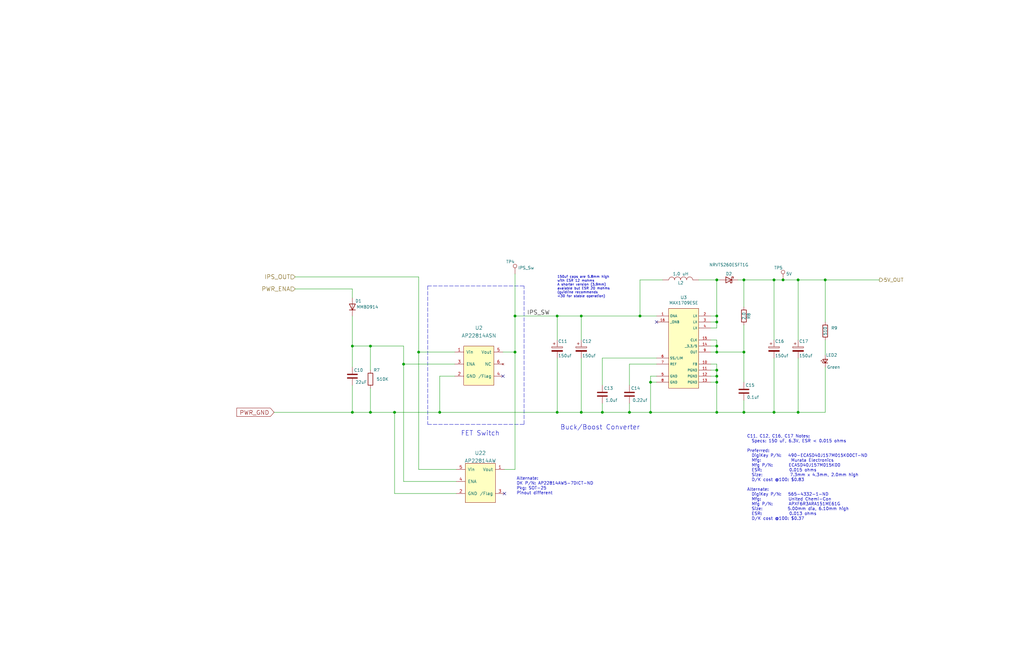
<source format=kicad_sch>
(kicad_sch (version 20210621) (generator eeschema)
  (paper "B")
  (title_block (title "ConnectBox CM4 Battery Board - 4 Batteries") (date "2022-01-05") (rev "1.7.4") (comment 1 "JRA"))
  (lib_symbols
    (symbol "Connector:TestPoint" (pin_numbers hide) (pin_names (offset 0.762) hide)
      (property "Reference" "TP" (at 0 6.858 0))
      (property "Value" "TestPoint" (at 0 5.08 0))
      (symbol "TestPoint_0_1"
        (circle (center 0 3.302) (radius 0.762))
      )
      (symbol "TestPoint_1_1"
        (pin passive line (at 0 0 90) (length 2.54) (name "1") (number "1"))
      )
    )
    (symbol "CustomComponents:AP22814ASN" (pin_names (offset 1.016))
      (property "Reference" "IC" (at -3.81 8.89 0))
      (property "Value" "AP22814ASN" (at 0 -11.43 0))
      (symbol "AP22814ASN_0_1"
        (rectangle (start -5.08 6.35) (end 7.62 -10.16) (fill (type background)))
      )
      (symbol "AP22814ASN_1_1"
        (pin input line (at -8.89 3.81 0) (length 3.81) (name "Vin") (number "1"))
        (pin input line (at -8.89 -6.35 0) (length 3.81) (name "GND") (number "2"))
        (pin input line (at -8.89 -1.27 0) (length 3.81) (name "ENA") (number "3"))
        (pin output line (at 11.43 -6.35 180) (length 3.81) (name "/Flag") (number "4"))
        (pin power_out line (at 11.43 3.81 180) (length 3.81) (name "Vout") (number "5"))
        (pin no_connect line (at 11.43 -1.27 180) (length 3.81) (name "NC") (number "6"))
      )
    )
    (symbol "CustomComponents:AP22814AW" (pin_names (offset 1.016))
      (property "Reference" "U?" (at -3.81 8.89 0))
      (property "Value" "AP22814AW" (at 0 -11.43 0))
      (symbol "AP22814AW_0_1"
        (rectangle (start -5.08 6.35) (end 7.62 -10.16) (fill (type background)))
      )
      (symbol "AP22814AW_1_1"
        (pin power_out line (at 11.43 3.81 180) (length 3.81) (name "Vout") (number "1"))
        (pin input line (at -8.89 -6.35 0) (length 3.81) (name "GND") (number "2"))
        (pin output line (at 11.43 -6.35 180) (length 3.81) (name "/Flag") (number "3"))
        (pin input line (at -8.89 -1.27 0) (length 3.81) (name "ENA") (number "4"))
        (pin input line (at -8.89 3.81 0) (length 3.81) (name "Vin") (number "5"))
      )
    )
    (symbol "CustomComponents:INDUCTOR-1" (pin_numbers hide) (pin_names (offset 1.016) hide)
      (property "Reference" "L" (at -1.27 0 90))
      (property "Value" "INDUCTOR-1" (at 2.54 0 90))
      (symbol "INDUCTOR-1_0_1"
        (arc (start 0.0254 -5.0546) (end 0.0254 -2.54) (radius (at 0 -3.81) (length 1.27) (angles -88.9 88.9)))
        (arc (start 0.0254 -2.5146) (end 0.0254 0.0508) (radius (at 0 -1.2446) (length 1.2954) (angles -88.9 88.9)))
        (arc (start 0.0254 0.0254) (end 0.0254 2.5908) (radius (at 0 1.2954) (length 1.2954) (angles -88.9 88.9)))
        (arc (start 0.0254 2.5654) (end 0.0254 4.9784) (radius (at 0 3.7592) (length 1.2192) (angles -88.9 88.9)))
      )
      (symbol "INDUCTOR-1_1_1"
        (pin passive line (at 0 7.62 270) (length 2.54) (name "1") (number "1"))
        (pin passive line (at 0 -7.62 90) (length 2.54) (name "2") (number "2"))
      )
    )
    (symbol "Custom_1:MAX1709ESE"
      (property "Reference" "U" (at -2.54 17.78 0))
      (property "Value" "MAX1709ESE" (at 0 15.24 0))
      (symbol "MAX1709ESE_0_1"
        (rectangle (start -6.35 13.335) (end 6.35 -20.32) (stroke (width 0.1524)) (fill (type background)))
      )
      (symbol "MAX1709ESE_1_1"
        (pin input line (at -11.43 10.16 0) (length 5.08) (name "ONA") (number "1"))
        (pin input line (at 11.43 -10.16 180) (length 5.08) (name "FB") (number "10"))
        (pin input line (at 11.43 -12.7 180) (length 5.08) (name "PGND") (number "11"))
        (pin input line (at 11.43 -15.24 180) (length 5.08) (name "PGND") (number "12"))
        (pin input line (at 11.43 -17.78 180) (length 5.08) (name "PGND") (number "13"))
        (pin input line (at 11.43 -2.54 180) (length 5.08) (name "_3.3/5") (number "14"))
        (pin input line (at 11.43 0 180) (length 5.08) (name "CLK") (number "15"))
        (pin input line (at -11.43 7.62 0) (length 5.08) (name "_ONB") (number "16"))
        (pin input line (at 11.43 10.16 180) (length 5.08) (name "LX") (number "2"))
        (pin input line (at 11.43 7.62 180) (length 5.08) (name "LX") (number "3"))
        (pin input line (at 11.43 5.08 180) (length 5.08) (name "LX") (number "4"))
        (pin input line (at -11.43 -15.24 0) (length 5.08) (name "GND") (number "5"))
        (pin input line (at -11.43 -7.62 0) (length 5.08) (name "SS/LIM") (number "6"))
        (pin input line (at -11.43 -10.16 0) (length 5.08) (name "REF") (number "7"))
        (pin input line (at -11.43 -17.78 0) (length 5.08) (name "GND") (number "8"))
        (pin input line (at 11.43 -5.08 180) (length 5.08) (name "OUT") (number "9"))
      )
    )
    (symbol "Device:C" (pin_numbers hide) (pin_names (offset 0.254))
      (property "Reference" "C" (at 0.635 2.54 0))
      (property "Value" "C" (at 0.635 -2.54 0))
      (symbol "C_0_1"
        (polyline (pts (xy -2.032 -0.762) (xy 2.032 -0.762)) (stroke (width 0.508)))
        (polyline (pts (xy -2.032 0.762) (xy 2.032 0.762)) (stroke (width 0.508)))
      )
      (symbol "C_1_1"
        (pin passive line (at 0 3.81 270) (length 2.794) (name "~") (number "1"))
        (pin passive line (at 0 -3.81 90) (length 2.794) (name "~") (number "2"))
      )
    )
    (symbol "Device:CP" (pin_numbers hide) (pin_names (offset 0.254))
      (property "Reference" "C" (at 0.635 2.54 0))
      (property "Value" "CP" (at 0.635 -2.54 0))
      (symbol "CP_0_1"
        (rectangle (start -2.286 0.508) (end 2.286 1.016))
        (rectangle (start 2.286 -0.508) (end -2.286 -1.016) (fill (type outline)))
        (polyline (pts (xy -1.778 2.286) (xy -0.762 2.286)))
        (polyline (pts (xy -1.27 2.794) (xy -1.27 1.778)))
      )
      (symbol "CP_1_1"
        (pin passive line (at 0 3.81 270) (length 2.794) (name "~") (number "1"))
        (pin passive line (at 0 -3.81 90) (length 2.794) (name "~") (number "2"))
      )
    )
    (symbol "Device:D_Schottky" (pin_numbers hide) (pin_names (offset 1.016) hide)
      (property "Reference" "D" (at 0 2.54 0))
      (property "Value" "D_Schottky" (at 0 -2.54 0))
      (symbol "D_Schottky_0_1"
        (polyline (pts (xy 1.27 0) (xy -1.27 0)))
        (polyline (pts (xy 1.27 1.27) (xy 1.27 -1.27) (xy -1.27 0) (xy 1.27 1.27)) (stroke (width 0.254)))
        (polyline (pts (xy -1.905 0.635) (xy -1.905 1.27) (xy -1.27 1.27) (xy -1.27 -1.27) (xy -0.635 -1.27) (xy -0.635 -0.635)) (stroke (width 0.254)))
      )
      (symbol "D_Schottky_1_1"
        (pin passive line (at -3.81 0 0) (length 2.54) (name "K") (number "1"))
        (pin passive line (at 3.81 0 180) (length 2.54) (name "A") (number "2"))
      )
    )
    (symbol "Device:LED_Small" (pin_numbers hide) (pin_names (offset 0.254) hide)
      (property "Reference" "D" (at -1.27 3.175 0))
      (property "Value" "LED_Small" (at -4.445 -2.54 0))
      (symbol "LED_Small_0_1"
        (polyline (pts (xy -0.762 -1.016) (xy -0.762 1.016)) (stroke (width 0.254)))
        (polyline (pts (xy 1.016 0) (xy -0.762 0)))
        (polyline (pts (xy 0.762 -1.016) (xy -0.762 0) (xy 0.762 1.016) (xy 0.762 -1.016)) (stroke (width 0.254)))
        (polyline (pts (xy 0 0.762) (xy -0.508 1.27) (xy -0.254 1.27) (xy -0.508 1.27) (xy -0.508 1.016)))
        (polyline (pts (xy 0.508 1.27) (xy 0 1.778) (xy 0.254 1.778) (xy 0 1.778) (xy 0 1.524)))
      )
      (symbol "LED_Small_1_1"
        (pin passive line (at -2.54 0 0) (length 1.778) (name "K") (number "1"))
        (pin passive line (at 2.54 0 180) (length 1.778) (name "A") (number "2"))
      )
    )
    (symbol "Device:R" (pin_numbers hide) (pin_names (offset 0))
      (property "Reference" "R" (at 2.032 0 90))
      (property "Value" "R" (at 0 0 90))
      (symbol "R_0_1"
        (rectangle (start -1.016 -2.54) (end 1.016 2.54) (stroke (width 0.254)))
      )
      (symbol "R_1_1"
        (pin passive line (at 0 3.81 270) (length 1.27) (name "~") (number "1"))
        (pin passive line (at 0 -3.81 90) (length 1.27) (name "~") (number "2"))
      )
    )
    (symbol "Diode:1N914" (pin_numbers hide) (pin_names (offset 1.016) hide)
      (property "Reference" "D" (at 0 2.54 0))
      (property "Value" "1N914" (at 0 -2.54 0))
      (symbol "1N914_0_1"
        (polyline (pts (xy -1.27 1.27) (xy -1.27 -1.27)) (stroke (width 0.254)))
        (polyline (pts (xy 1.27 0) (xy -1.27 0)))
        (polyline (pts (xy 1.27 1.27) (xy 1.27 -1.27) (xy -1.27 0) (xy 1.27 1.27)) (stroke (width 0.254)))
      )
      (symbol "1N914_1_1"
        (pin passive line (at -3.81 0 0) (length 2.54) (name "K") (number "1"))
        (pin passive line (at 3.81 0 180) (length 2.54) (name "A") (number "2"))
      )
    )
  )
  (junction (at 148.59 146.05) (diameter 1.016))
  (junction (at 148.59 173.99) (diameter 1.016))
  (junction (at 156.21 146.05) (diameter 1.016))
  (junction (at 156.21 173.99) (diameter 1.016))
  (junction (at 166.37 173.99) (diameter 1.016))
  (junction (at 170.18 153.67) (diameter 1.016))
  (junction (at 176.53 148.59) (diameter 1.016))
  (junction (at 185.42 173.99) (diameter 1.016))
  (junction (at 217.17 133.35) (diameter 1.016))
  (junction (at 217.17 148.59) (diameter 1.016))
  (junction (at 234.95 133.35) (diameter 1.016))
  (junction (at 234.95 173.99) (diameter 1.016))
  (junction (at 245.11 133.35) (diameter 1.016))
  (junction (at 245.11 173.99) (diameter 1.016))
  (junction (at 254 173.99) (diameter 1.016))
  (junction (at 265.43 173.99) (diameter 1.016))
  (junction (at 269.875 133.35) (diameter 1.016))
  (junction (at 274.32 161.29) (diameter 1.016))
  (junction (at 274.32 173.99) (diameter 1.016))
  (junction (at 302.26 118.11) (diameter 1.016))
  (junction (at 302.26 133.35) (diameter 1.016))
  (junction (at 302.26 135.89) (diameter 1.016))
  (junction (at 302.26 146.05) (diameter 1.016))
  (junction (at 302.26 148.59) (diameter 1.016))
  (junction (at 302.26 156.21) (diameter 1.016))
  (junction (at 302.26 158.75) (diameter 1.016))
  (junction (at 302.26 161.29) (diameter 1.016))
  (junction (at 302.26 173.99) (diameter 1.016))
  (junction (at 313.69 118.11) (diameter 1.016))
  (junction (at 313.69 148.59) (diameter 1.016))
  (junction (at 313.69 173.99) (diameter 1.016))
  (junction (at 326.39 118.11) (diameter 1.016))
  (junction (at 326.39 173.99) (diameter 1.016))
  (junction (at 330.2 118.11) (diameter 1.016))
  (junction (at 336.55 118.11) (diameter 1.016))
  (junction (at 336.55 173.99) (diameter 1.016))
  (junction (at 347.98 118.11) (diameter 1.016))
  (no_connect (at 212.09 158.75))
  (no_connect (at 212.725 208.28))
  (no_connect (at 276.86 135.89))
  (wire (pts (xy 115.57 173.99) (xy 148.59 173.99)))
  (wire (pts (xy 124.46 116.84) (xy 176.53 116.84)))
  (wire (pts (xy 124.46 121.92) (xy 148.59 121.92)))
  (wire (pts (xy 148.59 121.92) (xy 148.59 125.73)))
  (wire (pts (xy 148.59 133.35) (xy 148.59 146.05)))
  (wire (pts (xy 148.59 146.05) (xy 156.21 146.05)))
  (wire (pts (xy 148.59 154.94) (xy 148.59 146.05)))
  (wire (pts (xy 148.59 162.56) (xy 148.59 173.99)))
  (wire (pts (xy 156.21 146.05) (xy 170.18 146.05)))
  (wire (pts (xy 156.21 156.21) (xy 156.21 146.05)))
  (wire (pts (xy 156.21 163.83) (xy 156.21 173.99)))
  (wire (pts (xy 156.21 173.99) (xy 148.59 173.99)))
  (wire (pts (xy 156.21 173.99) (xy 166.37 173.99)))
  (wire (pts (xy 166.37 173.99) (xy 166.37 208.28)))
  (wire (pts (xy 166.37 173.99) (xy 185.42 173.99)))
  (wire (pts (xy 166.37 208.28) (xy 192.405 208.28)))
  (wire (pts (xy 170.18 146.05) (xy 170.18 153.67)))
  (wire (pts (xy 170.18 153.67) (xy 170.18 203.2)))
  (wire (pts (xy 170.18 153.67) (xy 191.77 153.67)))
  (wire (pts (xy 170.18 203.2) (xy 192.405 203.2)))
  (wire (pts (xy 176.53 116.84) (xy 176.53 148.59)))
  (wire (pts (xy 176.53 148.59) (xy 176.53 198.12)))
  (wire (pts (xy 176.53 148.59) (xy 191.77 148.59)))
  (wire (pts (xy 176.53 198.12) (xy 192.405 198.12)))
  (wire (pts (xy 185.42 158.75) (xy 185.42 173.99)))
  (wire (pts (xy 185.42 173.99) (xy 234.95 173.99)))
  (wire (pts (xy 191.77 158.75) (xy 185.42 158.75)))
  (wire (pts (xy 212.09 148.59) (xy 217.17 148.59)))
  (wire (pts (xy 212.725 198.12) (xy 217.17 198.12)))
  (wire (pts (xy 217.17 115.57) (xy 217.17 133.35)))
  (wire (pts (xy 217.17 133.35) (xy 217.17 148.59)))
  (wire (pts (xy 217.17 133.35) (xy 234.95 133.35)))
  (wire (pts (xy 217.17 148.59) (xy 217.17 198.12)))
  (wire (pts (xy 234.95 133.35) (xy 234.95 143.51)))
  (wire (pts (xy 234.95 133.35) (xy 245.11 133.35)))
  (wire (pts (xy 234.95 151.13) (xy 234.95 173.99)))
  (wire (pts (xy 234.95 173.99) (xy 245.11 173.99)))
  (wire (pts (xy 245.11 133.35) (xy 245.11 143.51)))
  (wire (pts (xy 245.11 133.35) (xy 269.875 133.35)))
  (wire (pts (xy 245.11 151.13) (xy 245.11 173.99)))
  (wire (pts (xy 245.11 173.99) (xy 254 173.99)))
  (wire (pts (xy 254 151.13) (xy 276.86 151.13)))
  (wire (pts (xy 254 162.56) (xy 254 151.13)))
  (wire (pts (xy 254 170.18) (xy 254 173.99)))
  (wire (pts (xy 254 173.99) (xy 265.43 173.99)))
  (wire (pts (xy 265.43 153.67) (xy 265.43 162.56)))
  (wire (pts (xy 265.43 170.18) (xy 265.43 173.99)))
  (wire (pts (xy 265.43 173.99) (xy 274.32 173.99)))
  (wire (pts (xy 269.875 118.11) (xy 269.875 133.35)))
  (wire (pts (xy 269.875 133.35) (xy 276.86 133.35)))
  (wire (pts (xy 274.32 158.75) (xy 274.32 161.29)))
  (wire (pts (xy 274.32 161.29) (xy 274.32 173.99)))
  (wire (pts (xy 274.32 161.29) (xy 276.86 161.29)))
  (wire (pts (xy 274.32 173.99) (xy 302.26 173.99)))
  (wire (pts (xy 276.86 153.67) (xy 265.43 153.67)))
  (wire (pts (xy 276.86 158.75) (xy 274.32 158.75)))
  (wire (pts (xy 279.4 118.11) (xy 269.875 118.11)))
  (wire (pts (xy 294.64 118.11) (xy 302.26 118.11)))
  (wire (pts (xy 299.72 135.89) (xy 302.26 135.89)))
  (wire (pts (xy 299.72 138.43) (xy 302.26 138.43)))
  (wire (pts (xy 299.72 143.51) (xy 302.26 143.51)))
  (wire (pts (xy 299.72 146.05) (xy 302.26 146.05)))
  (wire (pts (xy 299.72 153.67) (xy 302.26 153.67)))
  (wire (pts (xy 302.26 118.11) (xy 302.26 133.35)))
  (wire (pts (xy 302.26 118.11) (xy 303.53 118.11)))
  (wire (pts (xy 302.26 133.35) (xy 299.72 133.35)))
  (wire (pts (xy 302.26 135.89) (xy 302.26 133.35)))
  (wire (pts (xy 302.26 138.43) (xy 302.26 135.89)))
  (wire (pts (xy 302.26 143.51) (xy 302.26 146.05)))
  (wire (pts (xy 302.26 146.05) (xy 302.26 148.59)))
  (wire (pts (xy 302.26 148.59) (xy 299.72 148.59)))
  (wire (pts (xy 302.26 153.67) (xy 302.26 156.21)))
  (wire (pts (xy 302.26 156.21) (xy 299.72 156.21)))
  (wire (pts (xy 302.26 156.21) (xy 302.26 158.75)))
  (wire (pts (xy 302.26 158.75) (xy 299.72 158.75)))
  (wire (pts (xy 302.26 158.75) (xy 302.26 161.29)))
  (wire (pts (xy 302.26 161.29) (xy 299.72 161.29)))
  (wire (pts (xy 302.26 161.29) (xy 302.26 173.99)))
  (wire (pts (xy 302.26 173.99) (xy 313.69 173.99)))
  (wire (pts (xy 311.15 118.11) (xy 313.69 118.11)))
  (wire (pts (xy 313.69 118.11) (xy 313.69 129.54)))
  (wire (pts (xy 313.69 118.11) (xy 326.39 118.11)))
  (wire (pts (xy 313.69 137.16) (xy 313.69 148.59)))
  (wire (pts (xy 313.69 148.59) (xy 302.26 148.59)))
  (wire (pts (xy 313.69 148.59) (xy 313.69 161.29)))
  (wire (pts (xy 313.69 168.91) (xy 313.69 173.99)))
  (wire (pts (xy 313.69 173.99) (xy 326.39 173.99)))
  (wire (pts (xy 326.39 118.11) (xy 326.39 143.51)))
  (wire (pts (xy 326.39 118.11) (xy 330.2 118.11)))
  (wire (pts (xy 326.39 151.13) (xy 326.39 173.99)))
  (wire (pts (xy 326.39 173.99) (xy 336.55 173.99)))
  (wire (pts (xy 330.2 118.11) (xy 336.55 118.11)))
  (wire (pts (xy 336.55 118.11) (xy 336.55 143.51)))
  (wire (pts (xy 336.55 118.11) (xy 347.98 118.11)))
  (wire (pts (xy 336.55 151.13) (xy 336.55 173.99)))
  (wire (pts (xy 336.55 173.99) (xy 347.98 173.99)))
  (wire (pts (xy 347.98 118.11) (xy 347.98 135.89)))
  (wire (pts (xy 347.98 118.11) (xy 370.84 118.11)))
  (wire (pts (xy 347.98 143.51) (xy 347.98 149.86)))
  (wire (pts (xy 347.98 154.94) (xy 347.98 173.99)))
  (polyline (pts (xy 180.34 120.65) (xy 180.34 179.07)) (stroke (width 0) (type dash)))
  (polyline (pts (xy 180.34 120.65) (xy 220.98 120.65)) (stroke (width 0) (type dash)))
  (polyline (pts (xy 180.34 179.07) (xy 220.98 179.07)) (stroke (width 0) (type dash)))
  (polyline (pts (xy 220.98 179.07) (xy 220.98 120.65)) (stroke (width 0) (type dash)))
  (text "FET Switch" (at 194.31 184.15 0) (effects (font (size 2.0066 2.0066)) (justify left bottom)))
  (text "Alternate:\nDK P/N: AP22814AW5-7DICT-ND \nPkg: SOT-25\nPinout different\n" (at 217.805 208.915 0) (effects (font (size 1.27 1.27)) (justify left bottom)))
  (text "150uf caps are 5.8mm high\nwith ESR 12 mohms\nA shorter version (3.9mm)\navaiable but ESR 20 mohms\n(guidline recommends \n<30 for stable operation)" (at 234.95 125.73 0) (effects (font (size 1.016 1.016)) (justify left bottom)))
  (text "Buck/Boost Converter" (at 236.22 181.61 0) (effects (font (size 2.0066 2.0066)) (justify left bottom)))
  (text "C11, C12, C16, C17 Notes:\n  Specs: 150 uF, 6.3V, ESR < 0.015 ohms\n\nPreferred:\n  DigiKey P/N:   490-ECASD40J157M015K00CT-ND \n  Mfg: 	         Murata Electronics\n  Mfg P/N:       ECASD40J157M015K00\n  ESR:            0.015 ohms\n  Size:            7.3mm x 4.3mm, 2.0mm high\n  D/K cost @100: $0.83\n\nAlternate:\n  DigiKey P/N:   565-4332-1-ND\n  Mfg:            United Chemi-Con\n  Mfg P/N:       APXF6R3ARA151ME61G\n  Size:           5.00mm dia, 6.10mm high\n  ESR:            0.013 ohms\n  D/K cost @100: $0.37\n" (at 314.96 219.71 0) (effects (font (size 1.27 1.27)) (justify left bottom)))
  (label "IPS_SW" (at 222.25 133.35 0) (effects (font (size 1.778 1.778))))
  (global_label "PWR_GND" (shape input) (at 115.57 173.99 180) (effects (font (size 1.778 1.778))) (property "Intersheet References" "${INTERSHEET_REFS}" (effects hide)))
  (hierarchical_label "IPS_OUT" (shape input) (at 124.46 116.84 180) (effects (font (size 1.778 1.778))))
  (hierarchical_label "PWR_ENA" (shape input) (at 124.46 121.92 180) (effects (font (size 1.778 1.778))))
  (hierarchical_label "5V_OUT" (shape output) (at 370.84 118.11 0) (effects (font (size 1.524 1.524))))
  (symbol (lib_id "Connector:TestPoint") (at 217.17 115.57 0) (unit 1)
    (property "Reference" "TP4" (at 213.36 110.49 0) (effects (justify left)))
    (property "Value" "IPS_Sw" (at 218.44 113.03 0) (effects (justify left)))
    (property "Footprint" "TestPoint:TestPoint_THTPad_D1.5mm_Drill0.7mm" (effects hide))
  )
  (symbol (lib_id "Connector:TestPoint") (at 330.2 118.11 0) (unit 1)
    (property "Reference" "TP5" (at 326.39 113.03 0) (effects (justify left)))
    (property "Value" "5V" (at 331.47 115.57 0) (effects (justify left)))
    (property "Footprint" "TestPoint:TestPoint_THTPad_D1.5mm_Drill0.7mm" (effects hide))
  )
  (symbol (lib_id "Device:LED_Small") (at 347.98 152.4 90) (unit 1)
    (property "Reference" "LED2" (at 353.06 149.86 90) (effects (justify left)))
    (property "Value" "Green" (at 354.33 154.94 90) (effects (justify left)))
    (property "Footprint" "LED_SMD:LED_0603_1608Metric" (effects hide))
    (property "Manufacturer" "Lite-On Inc." (effects hide))
    (property "Manufacturer P/N" "LTST-C191KFKT" (effects hide))
    (property "Description" "LED GREEN CLEAR 0603 SMD" (effects hide))
    (property "DigiKey P/N" "160-1446-1-ND" (effects hide))
    (property "Type" "SMD" (effects hide))
  )
  (symbol (lib_id "Device:R") (at 156.21 160.02 0) (unit 1)
    (property "Reference" "R7" (at 157.48 156.21 0) (effects (justify left)))
    (property "Value" "510K" (at 158.75 160.02 0) (effects (justify left)))
    (property "Footprint" "Resistor_SMD:R_0603_1608Metric" (effects hide))
    (property "Manufacturer" "Yageo" (effects hide))
    (property "Manufacturer P/N" "RC0603FR-07510KL" (effects hide))
    (property "Description" "RES SMD 510K OHM 1% 1/8W 0603" (effects hide))
    (property "DigiKey P/N" "311-510KHRCT-ND" (effects hide))
    (property "Type" "SMD" (effects hide))
  )
  (symbol (lib_id "Device:R") (at 313.69 133.35 0) (unit 1)
    (property "Reference" "R8" (at 315.722 133.35 90))
    (property "Value" "2.0" (at 313.69 133.35 90))
    (property "Footprint" "Resistor_SMD:R_0603_1608Metric" (effects hide))
    (property "Manufacturer" "Yageo" (effects hide))
    (property "Manufacturer P/N" "RC0603FR-072RL" (effects hide))
    (property "Description" "RES SMD 2.0 OHM 1% 1/8W 603" (effects hide))
    (property "DigiKey P/N" "311-2.00HRCT-ND" (effects hide))
    (property "Type" "SMD" (effects hide))
  )
  (symbol (lib_id "Device:R") (at 347.98 139.7 0) (unit 1)
    (property "Reference" "R9" (at 351.79 138.43 0))
    (property "Value" "510" (at 347.98 139.7 90))
    (property "Footprint" "Resistor_SMD:R_0603_1608Metric" (effects hide))
    (property "Manufacturer" "Yageo" (effects hide))
    (property "Manufacturer P/N" "RC0603FR-07510RL" (effects hide))
    (property "Description" "RES SMD 1K OHM 1% 1/8W 0603" (effects hide))
    (property "DigiKey P/N" "311-510RHRCT-ND" (effects hide))
    (property "Type" "SMD" (effects hide))
  )
  (symbol (lib_id "Diode:1N914") (at 148.59 129.54 90) (unit 1)
    (property "Reference" "D1" (at 151.13 127 90))
    (property "Value" "MMBD914" (at 154.94 129.54 90))
    (property "Footprint" "Diode_SMD:D_SOT-23_ANK" (effects hide))
    (property "Datasheet" "http://www.vishay.com/docs/85622/1n914.pdf" (effects hide))
    (property "Manufacturer" "ON Semiconductor" (effects hide))
    (property "Manufacturer P/N" "MMBD914LT1G" (effects hide))
    (property "Description" "DIODE GEN PURP 100V 200MA SOT23" (effects hide))
    (property "DigiKey P/N" "MMBD914LT1GOSCT-ND" (effects hide))
    (property "Type" "SMD" (effects hide))
  )
  (symbol (lib_id "Device:D_Schottky") (at 307.34 118.11 0) (mirror y) (unit 1)
    (property "Reference" "D2" (at 307.34 115.57 0))
    (property "Value" "NRVTS260ESFT1G" (at 307.34 111.76 0))
    (property "Footprint" "CustomComponents:SOD-123FL" (effects hide))
    (property "Manufacturer" "ON Semiconductor" (effects hide))
    (property "Manufacturer P/N" "NRVTS260ESFT1G" (effects hide))
    (property "Description" "DIODE SCHOTTKY 60V 2A SOD123FL" (effects hide))
    (property "DigiKey P/N" "NRVTS260ESFT1GOSCT-ND" (effects hide))
    (property "Type" "SMD" (effects hide))
  )
  (symbol (lib_id "CustomComponents:INDUCTOR-1") (at 287.02 118.11 90) (unit 1)
    (property "Reference" "L2" (at 287.02 119.38 90))
    (property "Value" "1.0 uH" (at 287.02 115.57 90))
    (property "Footprint" "Inductor_SMD:L_Taiyo-Yuden_MD-5050" (effects hide))
    (property "Manufacturer" "Murata" (effects hide))
    (property "Manufacturer P/N" "LQH5BPN1R0N38L" (effects hide))
    (property "Description" "FIXED IND 1.0 UH 7A 12 MOHM SMD" (effects hide))
    (property "DigiKey P/N" "490-16290-1-ND" (effects hide))
    (property "Type" "SMD" (effects hide))
  )
  (symbol (lib_id "Device:C") (at 148.59 158.75 0) (unit 1)
    (property "Reference" "C10" (at 149.225 156.21 0) (effects (justify left)))
    (property "Value" "22uF" (at 149.86 161.29 0) (effects (justify left)))
    (property "Footprint" "Capacitor_SMD:C_0603_1608Metric" (effects hide))
    (property "Manufacturer" "Samsung" (effects hide))
    (property "Manufacturer P/N" "CL10A226MQ8NRNC" (effects hide))
    (property "Description" "CAP CER 22UF 6.3V X5R 0603" (effects hide))
    (property "DigiKey P/N" "1276-1193-1-ND" (effects hide))
    (property "Type" "SMD" (effects hide))
  )
  (symbol (lib_id "Device:CP") (at 234.95 147.32 0) (unit 1)
    (property "Reference" "C11" (at 235.3311 144.0191 0) (effects (justify left)))
    (property "Value" "150uf" (at 235.3311 150.1278 0) (effects (justify left)))
    (property "Footprint" "CustomComponents:CAP_ECAS_SMD_dual" (effects hide))
    (property "Manufacturer" "Murata" (effects hide))
    (property "Manufacturer P/N" "ECASD40J157M015K00" (effects hide))
    (property "Description" "150 µF 6.3 V Aluminum - Polymer Capacitors 2917 " (effects hide))
    (property "DigiKey P/N" "490-ECASD40J157M015K00CT-ND" (effects hide))
    (property "Type" "SMD" (effects hide))
  )
  (symbol (lib_id "Device:CP") (at 245.11 147.32 0) (unit 1)
    (property "Reference" "C12" (at 245.4911 144.0191 0) (effects (justify left)))
    (property "Value" "150uf" (at 245.4911 150.1278 0) (effects (justify left)))
    (property "Footprint" "CustomComponents:CAP_ECAS_SMD_dual" (effects hide))
    (property "Manufacturer" "Murata" (effects hide))
    (property "Manufacturer P/N" "ECASD40J157M015K00" (effects hide))
    (property "Description" "150 µF 6.3 V Aluminum - Polymer Capacitors 2917 " (effects hide))
    (property "DigiKey P/N" "490-ECASD40J157M015K00CT-ND" (effects hide))
    (property "Type" "SMD" (effects hide))
  )
  (symbol (lib_id "Device:C") (at 254 166.37 0) (unit 1)
    (property "Reference" "C13" (at 254.635 163.83 0) (effects (justify left)))
    (property "Value" "1.0uf" (at 255.27 168.91 0) (effects (justify left)))
    (property "Footprint" "Capacitor_SMD:C_0603_1608Metric" (effects hide))
    (property "Manufacturer" "KEMET" (effects hide))
    (property "Manufacturer P/N" "C0603C105K9PACTU" (effects hide))
    (property "Description" "CAP CER 1UF 6.3V X5R 0603" (effects hide))
    (property "DigiKey P/N" "399-7848-1-ND" (effects hide))
    (property "Type" "SMD" (effects hide))
  )
  (symbol (lib_id "Device:C") (at 265.43 166.37 0) (unit 1)
    (property "Reference" "C14" (at 266.065 163.83 0) (effects (justify left)))
    (property "Value" "0.22uf" (at 266.7 168.91 0) (effects (justify left)))
    (property "Footprint" "Capacitor_SMD:C_0603_1608Metric" (effects hide))
    (property "Manufacturer" "KEMET" (effects hide))
    (property "Manufacturer P/N" "C0603C224K9PAC7867" (effects hide))
    (property "Description" "CAP CER 0.22UF 6.3V X5R 0603" (effects hide))
    (property "DigiKey P/N" "399-14969-1-ND " (effects hide))
    (property "Type" "SMD" (effects hide))
  )
  (symbol (lib_id "Device:C") (at 313.69 165.1 0) (unit 1)
    (property "Reference" "C15" (at 314.325 162.56 0) (effects (justify left)))
    (property "Value" "0.1uf" (at 314.96 167.64 0) (effects (justify left)))
    (property "Footprint" "Capacitor_SMD:C_0603_1608Metric" (effects hide))
    (property "Manufacturer" "KEMET" (effects hide))
    (property "Manufacturer P/N" "C0603C104K9PAC7867" (effects hide))
    (property "Description" "CAP CER 0.1UF 6.3V X5R 0603" (effects hide))
    (property "DigiKey P/N" "399-17575-1-ND" (effects hide))
    (property "Type" "SMD" (effects hide))
  )
  (symbol (lib_id "Device:CP") (at 326.39 147.32 0) (unit 1)
    (property "Reference" "C16" (at 326.7711 144.0191 0) (effects (justify left)))
    (property "Value" "150uf" (at 326.7711 150.1278 0) (effects (justify left)))
    (property "Footprint" "CustomComponents:CAP_ECAS_SMD_dual" (effects hide))
    (property "Manufacturer" "Murata" (effects hide))
    (property "Manufacturer P/N" "ECASD40J157M015K00" (effects hide))
    (property "Description" "150 µF 6.3 V Aluminum - Polymer Capacitors 2917 " (effects hide))
    (property "DigiKey P/N" "490-ECASD40J157M015K00CT-ND" (effects hide))
    (property "Type" "SMD" (effects hide))
  )
  (symbol (lib_id "Device:CP") (at 336.55 147.32 0) (unit 1)
    (property "Reference" "C17" (at 336.9311 144.0191 0) (effects (justify left)))
    (property "Value" "150uf" (at 336.9311 150.1278 0) (effects (justify left)))
    (property "Footprint" "CustomComponents:CAP_ECAS_SMD_dual" (effects hide))
    (property "Manufacturer" "Murata" (effects hide))
    (property "Manufacturer P/N" "ECASD40J157M015K00" (effects hide))
    (property "Description" "150 µF 6.3 V Aluminum - Polymer Capacitors 2917 " (effects hide))
    (property "DigiKey P/N" "490-ECASD40J157M015K00CT-ND" (effects hide))
    (property "Type" "SMD" (effects hide))
  )
  (symbol (lib_id "CustomComponents:AP22814ASN") (at 200.66 152.4 0) (unit 1)
    (property "Reference" "U2" (at 201.93 138.367 0) (effects (font (size 1.524 1.524))))
    (property "Value" "AP22814ASN" (at 201.93 141.646 0) (effects (font (size 1.524 1.524))))
    (property "Footprint" "CustomComponents:U-DFN2020-6" (effects hide))
    (property "Datasheet" "https://www.diodes.com/assets/Datasheets/AP22804_14.pdf" (effects hide))
    (property "DigiKey P/N" "AP22814ASN-7DICT-ND" (effects hide))
    (property "Manufacturer P/N" "AP22814ASN-7" (effects hide))
    (property "Manufacturer" "Diodes Incorporated" (effects hide))
    (property "Description" "IC PWR SWITCH P-CHAN 1:1 Pkg:U-DFN2020-6" (effects hide))
  )
  (symbol (lib_id "CustomComponents:AP22814AW") (at 201.295 201.93 0) (unit 1)
    (property "Reference" "U22" (at 202.565 191.176 0) (effects (font (size 1.524 1.524))))
    (property "Value" "AP22814AW" (at 202.565 194.455 0) (effects (font (size 1.524 1.524))))
    (property "Footprint" "Package_TO_SOT_SMD:SOT-23-5" (effects hide))
    (property "Datasheet" "https://www.diodes.com/assets/Datasheets/AP22804_14.pdf" (effects hide))
    (property "Manufacturer P/N" "AP22814AW5-7" (effects hide))
    (property "Description" "IC PWR SWITCH P-CHAN 1:1 SOT25" (effects hide))
    (property "DigiKey P/N" "AP22814AW5-7DICT-ND" (effects hide))
    (property "Manufacturer" "Diodes Incorporated" (effects hide))
  )
  (symbol (lib_id "Custom_1:MAX1709ESE") (at 288.29 143.51 0) (unit 1)
    (property "Reference" "U3" (at 288.29 125.5226 0))
    (property "Value" "MAX1709ESE" (at 288.29 127.8213 0))
    (property "Footprint" "Package_SO:SOP-16_3.9x9.9mm_P1.27mm" (effects hide))
    (property "Manufacturer" "Maxim" (effects hide))
    (property "Manufacturer P/N" "MAX1709ESE" (effects hide))
    (property "Description" "STEP-UP DC-DC CONVERTER" (effects hide))
    (property "Type" "SMD" (effects hide))
  )
)
</source>
